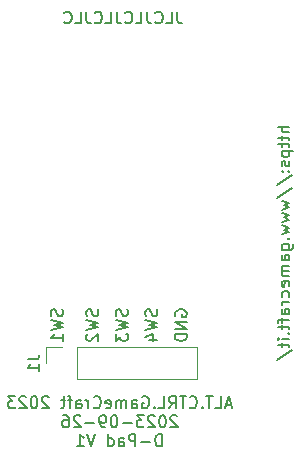
<source format=gbr>
%TF.GenerationSoftware,KiCad,Pcbnew,7.0.7*%
%TF.CreationDate,2023-09-26T19:09:10+01:00*%
%TF.ProjectId,dpad,64706164-2e6b-4696-9361-645f70636258,1*%
%TF.SameCoordinates,Original*%
%TF.FileFunction,Legend,Bot*%
%TF.FilePolarity,Positive*%
%FSLAX46Y46*%
G04 Gerber Fmt 4.6, Leading zero omitted, Abs format (unit mm)*
G04 Created by KiCad (PCBNEW 7.0.7) date 2023-09-26 19:09:10*
%MOMM*%
%LPD*%
G01*
G04 APERTURE LIST*
%ADD10C,0.150000*%
%ADD11C,0.120000*%
G04 APERTURE END LIST*
D10*
X81022200Y-61989160D02*
X81069819Y-62132017D01*
X81069819Y-62132017D02*
X81069819Y-62370112D01*
X81069819Y-62370112D02*
X81022200Y-62465350D01*
X81022200Y-62465350D02*
X80974580Y-62512969D01*
X80974580Y-62512969D02*
X80879342Y-62560588D01*
X80879342Y-62560588D02*
X80784104Y-62560588D01*
X80784104Y-62560588D02*
X80688866Y-62512969D01*
X80688866Y-62512969D02*
X80641247Y-62465350D01*
X80641247Y-62465350D02*
X80593628Y-62370112D01*
X80593628Y-62370112D02*
X80546009Y-62179636D01*
X80546009Y-62179636D02*
X80498390Y-62084398D01*
X80498390Y-62084398D02*
X80450771Y-62036779D01*
X80450771Y-62036779D02*
X80355533Y-61989160D01*
X80355533Y-61989160D02*
X80260295Y-61989160D01*
X80260295Y-61989160D02*
X80165057Y-62036779D01*
X80165057Y-62036779D02*
X80117438Y-62084398D01*
X80117438Y-62084398D02*
X80069819Y-62179636D01*
X80069819Y-62179636D02*
X80069819Y-62417731D01*
X80069819Y-62417731D02*
X80117438Y-62560588D01*
X80069819Y-62893922D02*
X81069819Y-63132017D01*
X81069819Y-63132017D02*
X80355533Y-63322493D01*
X80355533Y-63322493D02*
X81069819Y-63512969D01*
X81069819Y-63512969D02*
X80069819Y-63751065D01*
X80165057Y-64084398D02*
X80117438Y-64132017D01*
X80117438Y-64132017D02*
X80069819Y-64227255D01*
X80069819Y-64227255D02*
X80069819Y-64465350D01*
X80069819Y-64465350D02*
X80117438Y-64560588D01*
X80117438Y-64560588D02*
X80165057Y-64608207D01*
X80165057Y-64608207D02*
X80260295Y-64655826D01*
X80260295Y-64655826D02*
X80355533Y-64655826D01*
X80355533Y-64655826D02*
X80498390Y-64608207D01*
X80498390Y-64608207D02*
X81069819Y-64036779D01*
X81069819Y-64036779D02*
X81069819Y-64655826D01*
X78022200Y-61989160D02*
X78069819Y-62132017D01*
X78069819Y-62132017D02*
X78069819Y-62370112D01*
X78069819Y-62370112D02*
X78022200Y-62465350D01*
X78022200Y-62465350D02*
X77974580Y-62512969D01*
X77974580Y-62512969D02*
X77879342Y-62560588D01*
X77879342Y-62560588D02*
X77784104Y-62560588D01*
X77784104Y-62560588D02*
X77688866Y-62512969D01*
X77688866Y-62512969D02*
X77641247Y-62465350D01*
X77641247Y-62465350D02*
X77593628Y-62370112D01*
X77593628Y-62370112D02*
X77546009Y-62179636D01*
X77546009Y-62179636D02*
X77498390Y-62084398D01*
X77498390Y-62084398D02*
X77450771Y-62036779D01*
X77450771Y-62036779D02*
X77355533Y-61989160D01*
X77355533Y-61989160D02*
X77260295Y-61989160D01*
X77260295Y-61989160D02*
X77165057Y-62036779D01*
X77165057Y-62036779D02*
X77117438Y-62084398D01*
X77117438Y-62084398D02*
X77069819Y-62179636D01*
X77069819Y-62179636D02*
X77069819Y-62417731D01*
X77069819Y-62417731D02*
X77117438Y-62560588D01*
X77069819Y-62893922D02*
X78069819Y-63132017D01*
X78069819Y-63132017D02*
X77355533Y-63322493D01*
X77355533Y-63322493D02*
X78069819Y-63512969D01*
X78069819Y-63512969D02*
X77069819Y-63751065D01*
X78069819Y-64655826D02*
X78069819Y-64084398D01*
X78069819Y-64370112D02*
X77069819Y-64370112D01*
X77069819Y-64370112D02*
X77212676Y-64274874D01*
X77212676Y-64274874D02*
X77307914Y-64179636D01*
X77307914Y-64179636D02*
X77355533Y-64084398D01*
X92352381Y-70064104D02*
X91876191Y-70064104D01*
X92447619Y-70349819D02*
X92114286Y-69349819D01*
X92114286Y-69349819D02*
X91780953Y-70349819D01*
X90971429Y-70349819D02*
X91447619Y-70349819D01*
X91447619Y-70349819D02*
X91447619Y-69349819D01*
X90780952Y-69349819D02*
X90209524Y-69349819D01*
X90495238Y-70349819D02*
X90495238Y-69349819D01*
X89876190Y-70254580D02*
X89828571Y-70302200D01*
X89828571Y-70302200D02*
X89876190Y-70349819D01*
X89876190Y-70349819D02*
X89923809Y-70302200D01*
X89923809Y-70302200D02*
X89876190Y-70254580D01*
X89876190Y-70254580D02*
X89876190Y-70349819D01*
X88828572Y-70254580D02*
X88876191Y-70302200D01*
X88876191Y-70302200D02*
X89019048Y-70349819D01*
X89019048Y-70349819D02*
X89114286Y-70349819D01*
X89114286Y-70349819D02*
X89257143Y-70302200D01*
X89257143Y-70302200D02*
X89352381Y-70206961D01*
X89352381Y-70206961D02*
X89400000Y-70111723D01*
X89400000Y-70111723D02*
X89447619Y-69921247D01*
X89447619Y-69921247D02*
X89447619Y-69778390D01*
X89447619Y-69778390D02*
X89400000Y-69587914D01*
X89400000Y-69587914D02*
X89352381Y-69492676D01*
X89352381Y-69492676D02*
X89257143Y-69397438D01*
X89257143Y-69397438D02*
X89114286Y-69349819D01*
X89114286Y-69349819D02*
X89019048Y-69349819D01*
X89019048Y-69349819D02*
X88876191Y-69397438D01*
X88876191Y-69397438D02*
X88828572Y-69445057D01*
X88542857Y-69349819D02*
X87971429Y-69349819D01*
X88257143Y-70349819D02*
X88257143Y-69349819D01*
X87066667Y-70349819D02*
X87400000Y-69873628D01*
X87638095Y-70349819D02*
X87638095Y-69349819D01*
X87638095Y-69349819D02*
X87257143Y-69349819D01*
X87257143Y-69349819D02*
X87161905Y-69397438D01*
X87161905Y-69397438D02*
X87114286Y-69445057D01*
X87114286Y-69445057D02*
X87066667Y-69540295D01*
X87066667Y-69540295D02*
X87066667Y-69683152D01*
X87066667Y-69683152D02*
X87114286Y-69778390D01*
X87114286Y-69778390D02*
X87161905Y-69826009D01*
X87161905Y-69826009D02*
X87257143Y-69873628D01*
X87257143Y-69873628D02*
X87638095Y-69873628D01*
X86161905Y-70349819D02*
X86638095Y-70349819D01*
X86638095Y-70349819D02*
X86638095Y-69349819D01*
X85828571Y-70254580D02*
X85780952Y-70302200D01*
X85780952Y-70302200D02*
X85828571Y-70349819D01*
X85828571Y-70349819D02*
X85876190Y-70302200D01*
X85876190Y-70302200D02*
X85828571Y-70254580D01*
X85828571Y-70254580D02*
X85828571Y-70349819D01*
X84828572Y-69397438D02*
X84923810Y-69349819D01*
X84923810Y-69349819D02*
X85066667Y-69349819D01*
X85066667Y-69349819D02*
X85209524Y-69397438D01*
X85209524Y-69397438D02*
X85304762Y-69492676D01*
X85304762Y-69492676D02*
X85352381Y-69587914D01*
X85352381Y-69587914D02*
X85400000Y-69778390D01*
X85400000Y-69778390D02*
X85400000Y-69921247D01*
X85400000Y-69921247D02*
X85352381Y-70111723D01*
X85352381Y-70111723D02*
X85304762Y-70206961D01*
X85304762Y-70206961D02*
X85209524Y-70302200D01*
X85209524Y-70302200D02*
X85066667Y-70349819D01*
X85066667Y-70349819D02*
X84971429Y-70349819D01*
X84971429Y-70349819D02*
X84828572Y-70302200D01*
X84828572Y-70302200D02*
X84780953Y-70254580D01*
X84780953Y-70254580D02*
X84780953Y-69921247D01*
X84780953Y-69921247D02*
X84971429Y-69921247D01*
X83923810Y-70349819D02*
X83923810Y-69826009D01*
X83923810Y-69826009D02*
X83971429Y-69730771D01*
X83971429Y-69730771D02*
X84066667Y-69683152D01*
X84066667Y-69683152D02*
X84257143Y-69683152D01*
X84257143Y-69683152D02*
X84352381Y-69730771D01*
X83923810Y-70302200D02*
X84019048Y-70349819D01*
X84019048Y-70349819D02*
X84257143Y-70349819D01*
X84257143Y-70349819D02*
X84352381Y-70302200D01*
X84352381Y-70302200D02*
X84400000Y-70206961D01*
X84400000Y-70206961D02*
X84400000Y-70111723D01*
X84400000Y-70111723D02*
X84352381Y-70016485D01*
X84352381Y-70016485D02*
X84257143Y-69968866D01*
X84257143Y-69968866D02*
X84019048Y-69968866D01*
X84019048Y-69968866D02*
X83923810Y-69921247D01*
X83447619Y-70349819D02*
X83447619Y-69683152D01*
X83447619Y-69778390D02*
X83400000Y-69730771D01*
X83400000Y-69730771D02*
X83304762Y-69683152D01*
X83304762Y-69683152D02*
X83161905Y-69683152D01*
X83161905Y-69683152D02*
X83066667Y-69730771D01*
X83066667Y-69730771D02*
X83019048Y-69826009D01*
X83019048Y-69826009D02*
X83019048Y-70349819D01*
X83019048Y-69826009D02*
X82971429Y-69730771D01*
X82971429Y-69730771D02*
X82876191Y-69683152D01*
X82876191Y-69683152D02*
X82733334Y-69683152D01*
X82733334Y-69683152D02*
X82638095Y-69730771D01*
X82638095Y-69730771D02*
X82590476Y-69826009D01*
X82590476Y-69826009D02*
X82590476Y-70349819D01*
X81733334Y-70302200D02*
X81828572Y-70349819D01*
X81828572Y-70349819D02*
X82019048Y-70349819D01*
X82019048Y-70349819D02*
X82114286Y-70302200D01*
X82114286Y-70302200D02*
X82161905Y-70206961D01*
X82161905Y-70206961D02*
X82161905Y-69826009D01*
X82161905Y-69826009D02*
X82114286Y-69730771D01*
X82114286Y-69730771D02*
X82019048Y-69683152D01*
X82019048Y-69683152D02*
X81828572Y-69683152D01*
X81828572Y-69683152D02*
X81733334Y-69730771D01*
X81733334Y-69730771D02*
X81685715Y-69826009D01*
X81685715Y-69826009D02*
X81685715Y-69921247D01*
X81685715Y-69921247D02*
X82161905Y-70016485D01*
X80685715Y-70254580D02*
X80733334Y-70302200D01*
X80733334Y-70302200D02*
X80876191Y-70349819D01*
X80876191Y-70349819D02*
X80971429Y-70349819D01*
X80971429Y-70349819D02*
X81114286Y-70302200D01*
X81114286Y-70302200D02*
X81209524Y-70206961D01*
X81209524Y-70206961D02*
X81257143Y-70111723D01*
X81257143Y-70111723D02*
X81304762Y-69921247D01*
X81304762Y-69921247D02*
X81304762Y-69778390D01*
X81304762Y-69778390D02*
X81257143Y-69587914D01*
X81257143Y-69587914D02*
X81209524Y-69492676D01*
X81209524Y-69492676D02*
X81114286Y-69397438D01*
X81114286Y-69397438D02*
X80971429Y-69349819D01*
X80971429Y-69349819D02*
X80876191Y-69349819D01*
X80876191Y-69349819D02*
X80733334Y-69397438D01*
X80733334Y-69397438D02*
X80685715Y-69445057D01*
X80257143Y-70349819D02*
X80257143Y-69683152D01*
X80257143Y-69873628D02*
X80209524Y-69778390D01*
X80209524Y-69778390D02*
X80161905Y-69730771D01*
X80161905Y-69730771D02*
X80066667Y-69683152D01*
X80066667Y-69683152D02*
X79971429Y-69683152D01*
X79209524Y-70349819D02*
X79209524Y-69826009D01*
X79209524Y-69826009D02*
X79257143Y-69730771D01*
X79257143Y-69730771D02*
X79352381Y-69683152D01*
X79352381Y-69683152D02*
X79542857Y-69683152D01*
X79542857Y-69683152D02*
X79638095Y-69730771D01*
X79209524Y-70302200D02*
X79304762Y-70349819D01*
X79304762Y-70349819D02*
X79542857Y-70349819D01*
X79542857Y-70349819D02*
X79638095Y-70302200D01*
X79638095Y-70302200D02*
X79685714Y-70206961D01*
X79685714Y-70206961D02*
X79685714Y-70111723D01*
X79685714Y-70111723D02*
X79638095Y-70016485D01*
X79638095Y-70016485D02*
X79542857Y-69968866D01*
X79542857Y-69968866D02*
X79304762Y-69968866D01*
X79304762Y-69968866D02*
X79209524Y-69921247D01*
X78876190Y-69683152D02*
X78495238Y-69683152D01*
X78733333Y-70349819D02*
X78733333Y-69492676D01*
X78733333Y-69492676D02*
X78685714Y-69397438D01*
X78685714Y-69397438D02*
X78590476Y-69349819D01*
X78590476Y-69349819D02*
X78495238Y-69349819D01*
X78304761Y-69683152D02*
X77923809Y-69683152D01*
X78161904Y-69349819D02*
X78161904Y-70206961D01*
X78161904Y-70206961D02*
X78114285Y-70302200D01*
X78114285Y-70302200D02*
X78019047Y-70349819D01*
X78019047Y-70349819D02*
X77923809Y-70349819D01*
X76876189Y-69445057D02*
X76828570Y-69397438D01*
X76828570Y-69397438D02*
X76733332Y-69349819D01*
X76733332Y-69349819D02*
X76495237Y-69349819D01*
X76495237Y-69349819D02*
X76399999Y-69397438D01*
X76399999Y-69397438D02*
X76352380Y-69445057D01*
X76352380Y-69445057D02*
X76304761Y-69540295D01*
X76304761Y-69540295D02*
X76304761Y-69635533D01*
X76304761Y-69635533D02*
X76352380Y-69778390D01*
X76352380Y-69778390D02*
X76923808Y-70349819D01*
X76923808Y-70349819D02*
X76304761Y-70349819D01*
X75685713Y-69349819D02*
X75590475Y-69349819D01*
X75590475Y-69349819D02*
X75495237Y-69397438D01*
X75495237Y-69397438D02*
X75447618Y-69445057D01*
X75447618Y-69445057D02*
X75399999Y-69540295D01*
X75399999Y-69540295D02*
X75352380Y-69730771D01*
X75352380Y-69730771D02*
X75352380Y-69968866D01*
X75352380Y-69968866D02*
X75399999Y-70159342D01*
X75399999Y-70159342D02*
X75447618Y-70254580D01*
X75447618Y-70254580D02*
X75495237Y-70302200D01*
X75495237Y-70302200D02*
X75590475Y-70349819D01*
X75590475Y-70349819D02*
X75685713Y-70349819D01*
X75685713Y-70349819D02*
X75780951Y-70302200D01*
X75780951Y-70302200D02*
X75828570Y-70254580D01*
X75828570Y-70254580D02*
X75876189Y-70159342D01*
X75876189Y-70159342D02*
X75923808Y-69968866D01*
X75923808Y-69968866D02*
X75923808Y-69730771D01*
X75923808Y-69730771D02*
X75876189Y-69540295D01*
X75876189Y-69540295D02*
X75828570Y-69445057D01*
X75828570Y-69445057D02*
X75780951Y-69397438D01*
X75780951Y-69397438D02*
X75685713Y-69349819D01*
X74971427Y-69445057D02*
X74923808Y-69397438D01*
X74923808Y-69397438D02*
X74828570Y-69349819D01*
X74828570Y-69349819D02*
X74590475Y-69349819D01*
X74590475Y-69349819D02*
X74495237Y-69397438D01*
X74495237Y-69397438D02*
X74447618Y-69445057D01*
X74447618Y-69445057D02*
X74399999Y-69540295D01*
X74399999Y-69540295D02*
X74399999Y-69635533D01*
X74399999Y-69635533D02*
X74447618Y-69778390D01*
X74447618Y-69778390D02*
X75019046Y-70349819D01*
X75019046Y-70349819D02*
X74399999Y-70349819D01*
X74066665Y-69349819D02*
X73447618Y-69349819D01*
X73447618Y-69349819D02*
X73780951Y-69730771D01*
X73780951Y-69730771D02*
X73638094Y-69730771D01*
X73638094Y-69730771D02*
X73542856Y-69778390D01*
X73542856Y-69778390D02*
X73495237Y-69826009D01*
X73495237Y-69826009D02*
X73447618Y-69921247D01*
X73447618Y-69921247D02*
X73447618Y-70159342D01*
X73447618Y-70159342D02*
X73495237Y-70254580D01*
X73495237Y-70254580D02*
X73542856Y-70302200D01*
X73542856Y-70302200D02*
X73638094Y-70349819D01*
X73638094Y-70349819D02*
X73923808Y-70349819D01*
X73923808Y-70349819D02*
X74019046Y-70302200D01*
X74019046Y-70302200D02*
X74066665Y-70254580D01*
X87757142Y-71055057D02*
X87709523Y-71007438D01*
X87709523Y-71007438D02*
X87614285Y-70959819D01*
X87614285Y-70959819D02*
X87376190Y-70959819D01*
X87376190Y-70959819D02*
X87280952Y-71007438D01*
X87280952Y-71007438D02*
X87233333Y-71055057D01*
X87233333Y-71055057D02*
X87185714Y-71150295D01*
X87185714Y-71150295D02*
X87185714Y-71245533D01*
X87185714Y-71245533D02*
X87233333Y-71388390D01*
X87233333Y-71388390D02*
X87804761Y-71959819D01*
X87804761Y-71959819D02*
X87185714Y-71959819D01*
X86566666Y-70959819D02*
X86471428Y-70959819D01*
X86471428Y-70959819D02*
X86376190Y-71007438D01*
X86376190Y-71007438D02*
X86328571Y-71055057D01*
X86328571Y-71055057D02*
X86280952Y-71150295D01*
X86280952Y-71150295D02*
X86233333Y-71340771D01*
X86233333Y-71340771D02*
X86233333Y-71578866D01*
X86233333Y-71578866D02*
X86280952Y-71769342D01*
X86280952Y-71769342D02*
X86328571Y-71864580D01*
X86328571Y-71864580D02*
X86376190Y-71912200D01*
X86376190Y-71912200D02*
X86471428Y-71959819D01*
X86471428Y-71959819D02*
X86566666Y-71959819D01*
X86566666Y-71959819D02*
X86661904Y-71912200D01*
X86661904Y-71912200D02*
X86709523Y-71864580D01*
X86709523Y-71864580D02*
X86757142Y-71769342D01*
X86757142Y-71769342D02*
X86804761Y-71578866D01*
X86804761Y-71578866D02*
X86804761Y-71340771D01*
X86804761Y-71340771D02*
X86757142Y-71150295D01*
X86757142Y-71150295D02*
X86709523Y-71055057D01*
X86709523Y-71055057D02*
X86661904Y-71007438D01*
X86661904Y-71007438D02*
X86566666Y-70959819D01*
X85852380Y-71055057D02*
X85804761Y-71007438D01*
X85804761Y-71007438D02*
X85709523Y-70959819D01*
X85709523Y-70959819D02*
X85471428Y-70959819D01*
X85471428Y-70959819D02*
X85376190Y-71007438D01*
X85376190Y-71007438D02*
X85328571Y-71055057D01*
X85328571Y-71055057D02*
X85280952Y-71150295D01*
X85280952Y-71150295D02*
X85280952Y-71245533D01*
X85280952Y-71245533D02*
X85328571Y-71388390D01*
X85328571Y-71388390D02*
X85899999Y-71959819D01*
X85899999Y-71959819D02*
X85280952Y-71959819D01*
X84947618Y-70959819D02*
X84328571Y-70959819D01*
X84328571Y-70959819D02*
X84661904Y-71340771D01*
X84661904Y-71340771D02*
X84519047Y-71340771D01*
X84519047Y-71340771D02*
X84423809Y-71388390D01*
X84423809Y-71388390D02*
X84376190Y-71436009D01*
X84376190Y-71436009D02*
X84328571Y-71531247D01*
X84328571Y-71531247D02*
X84328571Y-71769342D01*
X84328571Y-71769342D02*
X84376190Y-71864580D01*
X84376190Y-71864580D02*
X84423809Y-71912200D01*
X84423809Y-71912200D02*
X84519047Y-71959819D01*
X84519047Y-71959819D02*
X84804761Y-71959819D01*
X84804761Y-71959819D02*
X84899999Y-71912200D01*
X84899999Y-71912200D02*
X84947618Y-71864580D01*
X83899999Y-71578866D02*
X83138095Y-71578866D01*
X82471428Y-70959819D02*
X82376190Y-70959819D01*
X82376190Y-70959819D02*
X82280952Y-71007438D01*
X82280952Y-71007438D02*
X82233333Y-71055057D01*
X82233333Y-71055057D02*
X82185714Y-71150295D01*
X82185714Y-71150295D02*
X82138095Y-71340771D01*
X82138095Y-71340771D02*
X82138095Y-71578866D01*
X82138095Y-71578866D02*
X82185714Y-71769342D01*
X82185714Y-71769342D02*
X82233333Y-71864580D01*
X82233333Y-71864580D02*
X82280952Y-71912200D01*
X82280952Y-71912200D02*
X82376190Y-71959819D01*
X82376190Y-71959819D02*
X82471428Y-71959819D01*
X82471428Y-71959819D02*
X82566666Y-71912200D01*
X82566666Y-71912200D02*
X82614285Y-71864580D01*
X82614285Y-71864580D02*
X82661904Y-71769342D01*
X82661904Y-71769342D02*
X82709523Y-71578866D01*
X82709523Y-71578866D02*
X82709523Y-71340771D01*
X82709523Y-71340771D02*
X82661904Y-71150295D01*
X82661904Y-71150295D02*
X82614285Y-71055057D01*
X82614285Y-71055057D02*
X82566666Y-71007438D01*
X82566666Y-71007438D02*
X82471428Y-70959819D01*
X81661904Y-71959819D02*
X81471428Y-71959819D01*
X81471428Y-71959819D02*
X81376190Y-71912200D01*
X81376190Y-71912200D02*
X81328571Y-71864580D01*
X81328571Y-71864580D02*
X81233333Y-71721723D01*
X81233333Y-71721723D02*
X81185714Y-71531247D01*
X81185714Y-71531247D02*
X81185714Y-71150295D01*
X81185714Y-71150295D02*
X81233333Y-71055057D01*
X81233333Y-71055057D02*
X81280952Y-71007438D01*
X81280952Y-71007438D02*
X81376190Y-70959819D01*
X81376190Y-70959819D02*
X81566666Y-70959819D01*
X81566666Y-70959819D02*
X81661904Y-71007438D01*
X81661904Y-71007438D02*
X81709523Y-71055057D01*
X81709523Y-71055057D02*
X81757142Y-71150295D01*
X81757142Y-71150295D02*
X81757142Y-71388390D01*
X81757142Y-71388390D02*
X81709523Y-71483628D01*
X81709523Y-71483628D02*
X81661904Y-71531247D01*
X81661904Y-71531247D02*
X81566666Y-71578866D01*
X81566666Y-71578866D02*
X81376190Y-71578866D01*
X81376190Y-71578866D02*
X81280952Y-71531247D01*
X81280952Y-71531247D02*
X81233333Y-71483628D01*
X81233333Y-71483628D02*
X81185714Y-71388390D01*
X80757142Y-71578866D02*
X79995238Y-71578866D01*
X79566666Y-71055057D02*
X79519047Y-71007438D01*
X79519047Y-71007438D02*
X79423809Y-70959819D01*
X79423809Y-70959819D02*
X79185714Y-70959819D01*
X79185714Y-70959819D02*
X79090476Y-71007438D01*
X79090476Y-71007438D02*
X79042857Y-71055057D01*
X79042857Y-71055057D02*
X78995238Y-71150295D01*
X78995238Y-71150295D02*
X78995238Y-71245533D01*
X78995238Y-71245533D02*
X79042857Y-71388390D01*
X79042857Y-71388390D02*
X79614285Y-71959819D01*
X79614285Y-71959819D02*
X78995238Y-71959819D01*
X78138095Y-70959819D02*
X78328571Y-70959819D01*
X78328571Y-70959819D02*
X78423809Y-71007438D01*
X78423809Y-71007438D02*
X78471428Y-71055057D01*
X78471428Y-71055057D02*
X78566666Y-71197914D01*
X78566666Y-71197914D02*
X78614285Y-71388390D01*
X78614285Y-71388390D02*
X78614285Y-71769342D01*
X78614285Y-71769342D02*
X78566666Y-71864580D01*
X78566666Y-71864580D02*
X78519047Y-71912200D01*
X78519047Y-71912200D02*
X78423809Y-71959819D01*
X78423809Y-71959819D02*
X78233333Y-71959819D01*
X78233333Y-71959819D02*
X78138095Y-71912200D01*
X78138095Y-71912200D02*
X78090476Y-71864580D01*
X78090476Y-71864580D02*
X78042857Y-71769342D01*
X78042857Y-71769342D02*
X78042857Y-71531247D01*
X78042857Y-71531247D02*
X78090476Y-71436009D01*
X78090476Y-71436009D02*
X78138095Y-71388390D01*
X78138095Y-71388390D02*
X78233333Y-71340771D01*
X78233333Y-71340771D02*
X78423809Y-71340771D01*
X78423809Y-71340771D02*
X78519047Y-71388390D01*
X78519047Y-71388390D02*
X78566666Y-71436009D01*
X78566666Y-71436009D02*
X78614285Y-71531247D01*
X86471428Y-73569819D02*
X86471428Y-72569819D01*
X86471428Y-72569819D02*
X86233333Y-72569819D01*
X86233333Y-72569819D02*
X86090476Y-72617438D01*
X86090476Y-72617438D02*
X85995238Y-72712676D01*
X85995238Y-72712676D02*
X85947619Y-72807914D01*
X85947619Y-72807914D02*
X85900000Y-72998390D01*
X85900000Y-72998390D02*
X85900000Y-73141247D01*
X85900000Y-73141247D02*
X85947619Y-73331723D01*
X85947619Y-73331723D02*
X85995238Y-73426961D01*
X85995238Y-73426961D02*
X86090476Y-73522200D01*
X86090476Y-73522200D02*
X86233333Y-73569819D01*
X86233333Y-73569819D02*
X86471428Y-73569819D01*
X85471428Y-73188866D02*
X84709524Y-73188866D01*
X84233333Y-73569819D02*
X84233333Y-72569819D01*
X84233333Y-72569819D02*
X83852381Y-72569819D01*
X83852381Y-72569819D02*
X83757143Y-72617438D01*
X83757143Y-72617438D02*
X83709524Y-72665057D01*
X83709524Y-72665057D02*
X83661905Y-72760295D01*
X83661905Y-72760295D02*
X83661905Y-72903152D01*
X83661905Y-72903152D02*
X83709524Y-72998390D01*
X83709524Y-72998390D02*
X83757143Y-73046009D01*
X83757143Y-73046009D02*
X83852381Y-73093628D01*
X83852381Y-73093628D02*
X84233333Y-73093628D01*
X82804762Y-73569819D02*
X82804762Y-73046009D01*
X82804762Y-73046009D02*
X82852381Y-72950771D01*
X82852381Y-72950771D02*
X82947619Y-72903152D01*
X82947619Y-72903152D02*
X83138095Y-72903152D01*
X83138095Y-72903152D02*
X83233333Y-72950771D01*
X82804762Y-73522200D02*
X82900000Y-73569819D01*
X82900000Y-73569819D02*
X83138095Y-73569819D01*
X83138095Y-73569819D02*
X83233333Y-73522200D01*
X83233333Y-73522200D02*
X83280952Y-73426961D01*
X83280952Y-73426961D02*
X83280952Y-73331723D01*
X83280952Y-73331723D02*
X83233333Y-73236485D01*
X83233333Y-73236485D02*
X83138095Y-73188866D01*
X83138095Y-73188866D02*
X82900000Y-73188866D01*
X82900000Y-73188866D02*
X82804762Y-73141247D01*
X81900000Y-73569819D02*
X81900000Y-72569819D01*
X81900000Y-73522200D02*
X81995238Y-73569819D01*
X81995238Y-73569819D02*
X82185714Y-73569819D01*
X82185714Y-73569819D02*
X82280952Y-73522200D01*
X82280952Y-73522200D02*
X82328571Y-73474580D01*
X82328571Y-73474580D02*
X82376190Y-73379342D01*
X82376190Y-73379342D02*
X82376190Y-73093628D01*
X82376190Y-73093628D02*
X82328571Y-72998390D01*
X82328571Y-72998390D02*
X82280952Y-72950771D01*
X82280952Y-72950771D02*
X82185714Y-72903152D01*
X82185714Y-72903152D02*
X81995238Y-72903152D01*
X81995238Y-72903152D02*
X81900000Y-72950771D01*
X80804761Y-72569819D02*
X80471428Y-73569819D01*
X80471428Y-73569819D02*
X80138095Y-72569819D01*
X79280952Y-73569819D02*
X79852380Y-73569819D01*
X79566666Y-73569819D02*
X79566666Y-72569819D01*
X79566666Y-72569819D02*
X79661904Y-72712676D01*
X79661904Y-72712676D02*
X79757142Y-72807914D01*
X79757142Y-72807914D02*
X79852380Y-72855533D01*
X86022200Y-61989160D02*
X86069819Y-62132017D01*
X86069819Y-62132017D02*
X86069819Y-62370112D01*
X86069819Y-62370112D02*
X86022200Y-62465350D01*
X86022200Y-62465350D02*
X85974580Y-62512969D01*
X85974580Y-62512969D02*
X85879342Y-62560588D01*
X85879342Y-62560588D02*
X85784104Y-62560588D01*
X85784104Y-62560588D02*
X85688866Y-62512969D01*
X85688866Y-62512969D02*
X85641247Y-62465350D01*
X85641247Y-62465350D02*
X85593628Y-62370112D01*
X85593628Y-62370112D02*
X85546009Y-62179636D01*
X85546009Y-62179636D02*
X85498390Y-62084398D01*
X85498390Y-62084398D02*
X85450771Y-62036779D01*
X85450771Y-62036779D02*
X85355533Y-61989160D01*
X85355533Y-61989160D02*
X85260295Y-61989160D01*
X85260295Y-61989160D02*
X85165057Y-62036779D01*
X85165057Y-62036779D02*
X85117438Y-62084398D01*
X85117438Y-62084398D02*
X85069819Y-62179636D01*
X85069819Y-62179636D02*
X85069819Y-62417731D01*
X85069819Y-62417731D02*
X85117438Y-62560588D01*
X85069819Y-62893922D02*
X86069819Y-63132017D01*
X86069819Y-63132017D02*
X85355533Y-63322493D01*
X85355533Y-63322493D02*
X86069819Y-63512969D01*
X86069819Y-63512969D02*
X85069819Y-63751065D01*
X85403152Y-64560588D02*
X86069819Y-64560588D01*
X85022200Y-64322493D02*
X85736485Y-64084398D01*
X85736485Y-64084398D02*
X85736485Y-64703445D01*
X87617438Y-62560588D02*
X87569819Y-62465350D01*
X87569819Y-62465350D02*
X87569819Y-62322493D01*
X87569819Y-62322493D02*
X87617438Y-62179636D01*
X87617438Y-62179636D02*
X87712676Y-62084398D01*
X87712676Y-62084398D02*
X87807914Y-62036779D01*
X87807914Y-62036779D02*
X87998390Y-61989160D01*
X87998390Y-61989160D02*
X88141247Y-61989160D01*
X88141247Y-61989160D02*
X88331723Y-62036779D01*
X88331723Y-62036779D02*
X88426961Y-62084398D01*
X88426961Y-62084398D02*
X88522200Y-62179636D01*
X88522200Y-62179636D02*
X88569819Y-62322493D01*
X88569819Y-62322493D02*
X88569819Y-62417731D01*
X88569819Y-62417731D02*
X88522200Y-62560588D01*
X88522200Y-62560588D02*
X88474580Y-62608207D01*
X88474580Y-62608207D02*
X88141247Y-62608207D01*
X88141247Y-62608207D02*
X88141247Y-62417731D01*
X88569819Y-63036779D02*
X87569819Y-63036779D01*
X87569819Y-63036779D02*
X88569819Y-63608207D01*
X88569819Y-63608207D02*
X87569819Y-63608207D01*
X88569819Y-64084398D02*
X87569819Y-64084398D01*
X87569819Y-64084398D02*
X87569819Y-64322493D01*
X87569819Y-64322493D02*
X87617438Y-64465350D01*
X87617438Y-64465350D02*
X87712676Y-64560588D01*
X87712676Y-64560588D02*
X87807914Y-64608207D01*
X87807914Y-64608207D02*
X87998390Y-64655826D01*
X87998390Y-64655826D02*
X88141247Y-64655826D01*
X88141247Y-64655826D02*
X88331723Y-64608207D01*
X88331723Y-64608207D02*
X88426961Y-64560588D01*
X88426961Y-64560588D02*
X88522200Y-64465350D01*
X88522200Y-64465350D02*
X88569819Y-64322493D01*
X88569819Y-64322493D02*
X88569819Y-64084398D01*
X87777506Y-36769819D02*
X87777506Y-37484104D01*
X87777506Y-37484104D02*
X87825125Y-37626961D01*
X87825125Y-37626961D02*
X87920363Y-37722200D01*
X87920363Y-37722200D02*
X88063220Y-37769819D01*
X88063220Y-37769819D02*
X88158458Y-37769819D01*
X86825125Y-37769819D02*
X87301315Y-37769819D01*
X87301315Y-37769819D02*
X87301315Y-36769819D01*
X85920363Y-37674580D02*
X85967982Y-37722200D01*
X85967982Y-37722200D02*
X86110839Y-37769819D01*
X86110839Y-37769819D02*
X86206077Y-37769819D01*
X86206077Y-37769819D02*
X86348934Y-37722200D01*
X86348934Y-37722200D02*
X86444172Y-37626961D01*
X86444172Y-37626961D02*
X86491791Y-37531723D01*
X86491791Y-37531723D02*
X86539410Y-37341247D01*
X86539410Y-37341247D02*
X86539410Y-37198390D01*
X86539410Y-37198390D02*
X86491791Y-37007914D01*
X86491791Y-37007914D02*
X86444172Y-36912676D01*
X86444172Y-36912676D02*
X86348934Y-36817438D01*
X86348934Y-36817438D02*
X86206077Y-36769819D01*
X86206077Y-36769819D02*
X86110839Y-36769819D01*
X86110839Y-36769819D02*
X85967982Y-36817438D01*
X85967982Y-36817438D02*
X85920363Y-36865057D01*
X85206077Y-36769819D02*
X85206077Y-37484104D01*
X85206077Y-37484104D02*
X85253696Y-37626961D01*
X85253696Y-37626961D02*
X85348934Y-37722200D01*
X85348934Y-37722200D02*
X85491791Y-37769819D01*
X85491791Y-37769819D02*
X85587029Y-37769819D01*
X84253696Y-37769819D02*
X84729886Y-37769819D01*
X84729886Y-37769819D02*
X84729886Y-36769819D01*
X83348934Y-37674580D02*
X83396553Y-37722200D01*
X83396553Y-37722200D02*
X83539410Y-37769819D01*
X83539410Y-37769819D02*
X83634648Y-37769819D01*
X83634648Y-37769819D02*
X83777505Y-37722200D01*
X83777505Y-37722200D02*
X83872743Y-37626961D01*
X83872743Y-37626961D02*
X83920362Y-37531723D01*
X83920362Y-37531723D02*
X83967981Y-37341247D01*
X83967981Y-37341247D02*
X83967981Y-37198390D01*
X83967981Y-37198390D02*
X83920362Y-37007914D01*
X83920362Y-37007914D02*
X83872743Y-36912676D01*
X83872743Y-36912676D02*
X83777505Y-36817438D01*
X83777505Y-36817438D02*
X83634648Y-36769819D01*
X83634648Y-36769819D02*
X83539410Y-36769819D01*
X83539410Y-36769819D02*
X83396553Y-36817438D01*
X83396553Y-36817438D02*
X83348934Y-36865057D01*
X82634648Y-36769819D02*
X82634648Y-37484104D01*
X82634648Y-37484104D02*
X82682267Y-37626961D01*
X82682267Y-37626961D02*
X82777505Y-37722200D01*
X82777505Y-37722200D02*
X82920362Y-37769819D01*
X82920362Y-37769819D02*
X83015600Y-37769819D01*
X81682267Y-37769819D02*
X82158457Y-37769819D01*
X82158457Y-37769819D02*
X82158457Y-36769819D01*
X80777505Y-37674580D02*
X80825124Y-37722200D01*
X80825124Y-37722200D02*
X80967981Y-37769819D01*
X80967981Y-37769819D02*
X81063219Y-37769819D01*
X81063219Y-37769819D02*
X81206076Y-37722200D01*
X81206076Y-37722200D02*
X81301314Y-37626961D01*
X81301314Y-37626961D02*
X81348933Y-37531723D01*
X81348933Y-37531723D02*
X81396552Y-37341247D01*
X81396552Y-37341247D02*
X81396552Y-37198390D01*
X81396552Y-37198390D02*
X81348933Y-37007914D01*
X81348933Y-37007914D02*
X81301314Y-36912676D01*
X81301314Y-36912676D02*
X81206076Y-36817438D01*
X81206076Y-36817438D02*
X81063219Y-36769819D01*
X81063219Y-36769819D02*
X80967981Y-36769819D01*
X80967981Y-36769819D02*
X80825124Y-36817438D01*
X80825124Y-36817438D02*
X80777505Y-36865057D01*
X80063219Y-36769819D02*
X80063219Y-37484104D01*
X80063219Y-37484104D02*
X80110838Y-37626961D01*
X80110838Y-37626961D02*
X80206076Y-37722200D01*
X80206076Y-37722200D02*
X80348933Y-37769819D01*
X80348933Y-37769819D02*
X80444171Y-37769819D01*
X79110838Y-37769819D02*
X79587028Y-37769819D01*
X79587028Y-37769819D02*
X79587028Y-36769819D01*
X78206076Y-37674580D02*
X78253695Y-37722200D01*
X78253695Y-37722200D02*
X78396552Y-37769819D01*
X78396552Y-37769819D02*
X78491790Y-37769819D01*
X78491790Y-37769819D02*
X78634647Y-37722200D01*
X78634647Y-37722200D02*
X78729885Y-37626961D01*
X78729885Y-37626961D02*
X78777504Y-37531723D01*
X78777504Y-37531723D02*
X78825123Y-37341247D01*
X78825123Y-37341247D02*
X78825123Y-37198390D01*
X78825123Y-37198390D02*
X78777504Y-37007914D01*
X78777504Y-37007914D02*
X78729885Y-36912676D01*
X78729885Y-36912676D02*
X78634647Y-36817438D01*
X78634647Y-36817438D02*
X78491790Y-36769819D01*
X78491790Y-36769819D02*
X78396552Y-36769819D01*
X78396552Y-36769819D02*
X78253695Y-36817438D01*
X78253695Y-36817438D02*
X78206076Y-36865057D01*
X97269819Y-46536779D02*
X96269819Y-46536779D01*
X97269819Y-46965350D02*
X96746009Y-46965350D01*
X96746009Y-46965350D02*
X96650771Y-46917731D01*
X96650771Y-46917731D02*
X96603152Y-46822493D01*
X96603152Y-46822493D02*
X96603152Y-46679636D01*
X96603152Y-46679636D02*
X96650771Y-46584398D01*
X96650771Y-46584398D02*
X96698390Y-46536779D01*
X96603152Y-47298684D02*
X96603152Y-47679636D01*
X96269819Y-47441541D02*
X97126961Y-47441541D01*
X97126961Y-47441541D02*
X97222200Y-47489160D01*
X97222200Y-47489160D02*
X97269819Y-47584398D01*
X97269819Y-47584398D02*
X97269819Y-47679636D01*
X96603152Y-47870113D02*
X96603152Y-48251065D01*
X96269819Y-48012970D02*
X97126961Y-48012970D01*
X97126961Y-48012970D02*
X97222200Y-48060589D01*
X97222200Y-48060589D02*
X97269819Y-48155827D01*
X97269819Y-48155827D02*
X97269819Y-48251065D01*
X96603152Y-48584399D02*
X97603152Y-48584399D01*
X96650771Y-48584399D02*
X96603152Y-48679637D01*
X96603152Y-48679637D02*
X96603152Y-48870113D01*
X96603152Y-48870113D02*
X96650771Y-48965351D01*
X96650771Y-48965351D02*
X96698390Y-49012970D01*
X96698390Y-49012970D02*
X96793628Y-49060589D01*
X96793628Y-49060589D02*
X97079342Y-49060589D01*
X97079342Y-49060589D02*
X97174580Y-49012970D01*
X97174580Y-49012970D02*
X97222200Y-48965351D01*
X97222200Y-48965351D02*
X97269819Y-48870113D01*
X97269819Y-48870113D02*
X97269819Y-48679637D01*
X97269819Y-48679637D02*
X97222200Y-48584399D01*
X97222200Y-49441542D02*
X97269819Y-49536780D01*
X97269819Y-49536780D02*
X97269819Y-49727256D01*
X97269819Y-49727256D02*
X97222200Y-49822494D01*
X97222200Y-49822494D02*
X97126961Y-49870113D01*
X97126961Y-49870113D02*
X97079342Y-49870113D01*
X97079342Y-49870113D02*
X96984104Y-49822494D01*
X96984104Y-49822494D02*
X96936485Y-49727256D01*
X96936485Y-49727256D02*
X96936485Y-49584399D01*
X96936485Y-49584399D02*
X96888866Y-49489161D01*
X96888866Y-49489161D02*
X96793628Y-49441542D01*
X96793628Y-49441542D02*
X96746009Y-49441542D01*
X96746009Y-49441542D02*
X96650771Y-49489161D01*
X96650771Y-49489161D02*
X96603152Y-49584399D01*
X96603152Y-49584399D02*
X96603152Y-49727256D01*
X96603152Y-49727256D02*
X96650771Y-49822494D01*
X97174580Y-50298685D02*
X97222200Y-50346304D01*
X97222200Y-50346304D02*
X97269819Y-50298685D01*
X97269819Y-50298685D02*
X97222200Y-50251066D01*
X97222200Y-50251066D02*
X97174580Y-50298685D01*
X97174580Y-50298685D02*
X97269819Y-50298685D01*
X96650771Y-50298685D02*
X96698390Y-50346304D01*
X96698390Y-50346304D02*
X96746009Y-50298685D01*
X96746009Y-50298685D02*
X96698390Y-50251066D01*
X96698390Y-50251066D02*
X96650771Y-50298685D01*
X96650771Y-50298685D02*
X96746009Y-50298685D01*
X96222200Y-51489160D02*
X97507914Y-50632018D01*
X96222200Y-52536779D02*
X97507914Y-51679637D01*
X96603152Y-52774875D02*
X97269819Y-52965351D01*
X97269819Y-52965351D02*
X96793628Y-53155827D01*
X96793628Y-53155827D02*
X97269819Y-53346303D01*
X97269819Y-53346303D02*
X96603152Y-53536779D01*
X96603152Y-53822494D02*
X97269819Y-54012970D01*
X97269819Y-54012970D02*
X96793628Y-54203446D01*
X96793628Y-54203446D02*
X97269819Y-54393922D01*
X97269819Y-54393922D02*
X96603152Y-54584398D01*
X96603152Y-54870113D02*
X97269819Y-55060589D01*
X97269819Y-55060589D02*
X96793628Y-55251065D01*
X96793628Y-55251065D02*
X97269819Y-55441541D01*
X97269819Y-55441541D02*
X96603152Y-55632017D01*
X97174580Y-56012970D02*
X97222200Y-56060589D01*
X97222200Y-56060589D02*
X97269819Y-56012970D01*
X97269819Y-56012970D02*
X97222200Y-55965351D01*
X97222200Y-55965351D02*
X97174580Y-56012970D01*
X97174580Y-56012970D02*
X97269819Y-56012970D01*
X96603152Y-56917731D02*
X97412676Y-56917731D01*
X97412676Y-56917731D02*
X97507914Y-56870112D01*
X97507914Y-56870112D02*
X97555533Y-56822493D01*
X97555533Y-56822493D02*
X97603152Y-56727255D01*
X97603152Y-56727255D02*
X97603152Y-56584398D01*
X97603152Y-56584398D02*
X97555533Y-56489160D01*
X97222200Y-56917731D02*
X97269819Y-56822493D01*
X97269819Y-56822493D02*
X97269819Y-56632017D01*
X97269819Y-56632017D02*
X97222200Y-56536779D01*
X97222200Y-56536779D02*
X97174580Y-56489160D01*
X97174580Y-56489160D02*
X97079342Y-56441541D01*
X97079342Y-56441541D02*
X96793628Y-56441541D01*
X96793628Y-56441541D02*
X96698390Y-56489160D01*
X96698390Y-56489160D02*
X96650771Y-56536779D01*
X96650771Y-56536779D02*
X96603152Y-56632017D01*
X96603152Y-56632017D02*
X96603152Y-56822493D01*
X96603152Y-56822493D02*
X96650771Y-56917731D01*
X97269819Y-57822493D02*
X96746009Y-57822493D01*
X96746009Y-57822493D02*
X96650771Y-57774874D01*
X96650771Y-57774874D02*
X96603152Y-57679636D01*
X96603152Y-57679636D02*
X96603152Y-57489160D01*
X96603152Y-57489160D02*
X96650771Y-57393922D01*
X97222200Y-57822493D02*
X97269819Y-57727255D01*
X97269819Y-57727255D02*
X97269819Y-57489160D01*
X97269819Y-57489160D02*
X97222200Y-57393922D01*
X97222200Y-57393922D02*
X97126961Y-57346303D01*
X97126961Y-57346303D02*
X97031723Y-57346303D01*
X97031723Y-57346303D02*
X96936485Y-57393922D01*
X96936485Y-57393922D02*
X96888866Y-57489160D01*
X96888866Y-57489160D02*
X96888866Y-57727255D01*
X96888866Y-57727255D02*
X96841247Y-57822493D01*
X97269819Y-58298684D02*
X96603152Y-58298684D01*
X96698390Y-58298684D02*
X96650771Y-58346303D01*
X96650771Y-58346303D02*
X96603152Y-58441541D01*
X96603152Y-58441541D02*
X96603152Y-58584398D01*
X96603152Y-58584398D02*
X96650771Y-58679636D01*
X96650771Y-58679636D02*
X96746009Y-58727255D01*
X96746009Y-58727255D02*
X97269819Y-58727255D01*
X96746009Y-58727255D02*
X96650771Y-58774874D01*
X96650771Y-58774874D02*
X96603152Y-58870112D01*
X96603152Y-58870112D02*
X96603152Y-59012969D01*
X96603152Y-59012969D02*
X96650771Y-59108208D01*
X96650771Y-59108208D02*
X96746009Y-59155827D01*
X96746009Y-59155827D02*
X97269819Y-59155827D01*
X97222200Y-60012969D02*
X97269819Y-59917731D01*
X97269819Y-59917731D02*
X97269819Y-59727255D01*
X97269819Y-59727255D02*
X97222200Y-59632017D01*
X97222200Y-59632017D02*
X97126961Y-59584398D01*
X97126961Y-59584398D02*
X96746009Y-59584398D01*
X96746009Y-59584398D02*
X96650771Y-59632017D01*
X96650771Y-59632017D02*
X96603152Y-59727255D01*
X96603152Y-59727255D02*
X96603152Y-59917731D01*
X96603152Y-59917731D02*
X96650771Y-60012969D01*
X96650771Y-60012969D02*
X96746009Y-60060588D01*
X96746009Y-60060588D02*
X96841247Y-60060588D01*
X96841247Y-60060588D02*
X96936485Y-59584398D01*
X97222200Y-60917731D02*
X97269819Y-60822493D01*
X97269819Y-60822493D02*
X97269819Y-60632017D01*
X97269819Y-60632017D02*
X97222200Y-60536779D01*
X97222200Y-60536779D02*
X97174580Y-60489160D01*
X97174580Y-60489160D02*
X97079342Y-60441541D01*
X97079342Y-60441541D02*
X96793628Y-60441541D01*
X96793628Y-60441541D02*
X96698390Y-60489160D01*
X96698390Y-60489160D02*
X96650771Y-60536779D01*
X96650771Y-60536779D02*
X96603152Y-60632017D01*
X96603152Y-60632017D02*
X96603152Y-60822493D01*
X96603152Y-60822493D02*
X96650771Y-60917731D01*
X97269819Y-61346303D02*
X96603152Y-61346303D01*
X96793628Y-61346303D02*
X96698390Y-61393922D01*
X96698390Y-61393922D02*
X96650771Y-61441541D01*
X96650771Y-61441541D02*
X96603152Y-61536779D01*
X96603152Y-61536779D02*
X96603152Y-61632017D01*
X97269819Y-62393922D02*
X96746009Y-62393922D01*
X96746009Y-62393922D02*
X96650771Y-62346303D01*
X96650771Y-62346303D02*
X96603152Y-62251065D01*
X96603152Y-62251065D02*
X96603152Y-62060589D01*
X96603152Y-62060589D02*
X96650771Y-61965351D01*
X97222200Y-62393922D02*
X97269819Y-62298684D01*
X97269819Y-62298684D02*
X97269819Y-62060589D01*
X97269819Y-62060589D02*
X97222200Y-61965351D01*
X97222200Y-61965351D02*
X97126961Y-61917732D01*
X97126961Y-61917732D02*
X97031723Y-61917732D01*
X97031723Y-61917732D02*
X96936485Y-61965351D01*
X96936485Y-61965351D02*
X96888866Y-62060589D01*
X96888866Y-62060589D02*
X96888866Y-62298684D01*
X96888866Y-62298684D02*
X96841247Y-62393922D01*
X96603152Y-62727256D02*
X96603152Y-63108208D01*
X97269819Y-62870113D02*
X96412676Y-62870113D01*
X96412676Y-62870113D02*
X96317438Y-62917732D01*
X96317438Y-62917732D02*
X96269819Y-63012970D01*
X96269819Y-63012970D02*
X96269819Y-63108208D01*
X96603152Y-63298685D02*
X96603152Y-63679637D01*
X96269819Y-63441542D02*
X97126961Y-63441542D01*
X97126961Y-63441542D02*
X97222200Y-63489161D01*
X97222200Y-63489161D02*
X97269819Y-63584399D01*
X97269819Y-63584399D02*
X97269819Y-63679637D01*
X97174580Y-64012971D02*
X97222200Y-64060590D01*
X97222200Y-64060590D02*
X97269819Y-64012971D01*
X97269819Y-64012971D02*
X97222200Y-63965352D01*
X97222200Y-63965352D02*
X97174580Y-64012971D01*
X97174580Y-64012971D02*
X97269819Y-64012971D01*
X97269819Y-64489161D02*
X96603152Y-64489161D01*
X96269819Y-64489161D02*
X96317438Y-64441542D01*
X96317438Y-64441542D02*
X96365057Y-64489161D01*
X96365057Y-64489161D02*
X96317438Y-64536780D01*
X96317438Y-64536780D02*
X96269819Y-64489161D01*
X96269819Y-64489161D02*
X96365057Y-64489161D01*
X96603152Y-64822494D02*
X96603152Y-65203446D01*
X96269819Y-64965351D02*
X97126961Y-64965351D01*
X97126961Y-64965351D02*
X97222200Y-65012970D01*
X97222200Y-65012970D02*
X97269819Y-65108208D01*
X97269819Y-65108208D02*
X97269819Y-65203446D01*
X96222200Y-66251065D02*
X97507914Y-65393923D01*
X83522200Y-61989160D02*
X83569819Y-62132017D01*
X83569819Y-62132017D02*
X83569819Y-62370112D01*
X83569819Y-62370112D02*
X83522200Y-62465350D01*
X83522200Y-62465350D02*
X83474580Y-62512969D01*
X83474580Y-62512969D02*
X83379342Y-62560588D01*
X83379342Y-62560588D02*
X83284104Y-62560588D01*
X83284104Y-62560588D02*
X83188866Y-62512969D01*
X83188866Y-62512969D02*
X83141247Y-62465350D01*
X83141247Y-62465350D02*
X83093628Y-62370112D01*
X83093628Y-62370112D02*
X83046009Y-62179636D01*
X83046009Y-62179636D02*
X82998390Y-62084398D01*
X82998390Y-62084398D02*
X82950771Y-62036779D01*
X82950771Y-62036779D02*
X82855533Y-61989160D01*
X82855533Y-61989160D02*
X82760295Y-61989160D01*
X82760295Y-61989160D02*
X82665057Y-62036779D01*
X82665057Y-62036779D02*
X82617438Y-62084398D01*
X82617438Y-62084398D02*
X82569819Y-62179636D01*
X82569819Y-62179636D02*
X82569819Y-62417731D01*
X82569819Y-62417731D02*
X82617438Y-62560588D01*
X82569819Y-62893922D02*
X83569819Y-63132017D01*
X83569819Y-63132017D02*
X82855533Y-63322493D01*
X82855533Y-63322493D02*
X83569819Y-63512969D01*
X83569819Y-63512969D02*
X82569819Y-63751065D01*
X82569819Y-64036779D02*
X82569819Y-64655826D01*
X82569819Y-64655826D02*
X82950771Y-64322493D01*
X82950771Y-64322493D02*
X82950771Y-64465350D01*
X82950771Y-64465350D02*
X82998390Y-64560588D01*
X82998390Y-64560588D02*
X83046009Y-64608207D01*
X83046009Y-64608207D02*
X83141247Y-64655826D01*
X83141247Y-64655826D02*
X83379342Y-64655826D01*
X83379342Y-64655826D02*
X83474580Y-64608207D01*
X83474580Y-64608207D02*
X83522200Y-64560588D01*
X83522200Y-64560588D02*
X83569819Y-64465350D01*
X83569819Y-64465350D02*
X83569819Y-64179636D01*
X83569819Y-64179636D02*
X83522200Y-64084398D01*
X83522200Y-64084398D02*
X83474580Y-64036779D01*
X75098819Y-66202666D02*
X75813104Y-66202666D01*
X75813104Y-66202666D02*
X75955961Y-66155047D01*
X75955961Y-66155047D02*
X76051200Y-66059809D01*
X76051200Y-66059809D02*
X76098819Y-65916952D01*
X76098819Y-65916952D02*
X76098819Y-65821714D01*
X76098819Y-67202666D02*
X76098819Y-66631238D01*
X76098819Y-66916952D02*
X75098819Y-66916952D01*
X75098819Y-66916952D02*
X75241676Y-66821714D01*
X75241676Y-66821714D02*
X75336914Y-66726476D01*
X75336914Y-66726476D02*
X75384533Y-66631238D01*
D11*
%TO.C,J1*%
X89464000Y-65206000D02*
X89464000Y-67866000D01*
X79244000Y-65206000D02*
X89464000Y-65206000D01*
X79244000Y-65206000D02*
X79244000Y-67866000D01*
X77974000Y-65206000D02*
X76644000Y-65206000D01*
X76644000Y-65206000D02*
X76644000Y-66536000D01*
X79244000Y-67866000D02*
X89464000Y-67866000D01*
%TD*%
M02*

</source>
